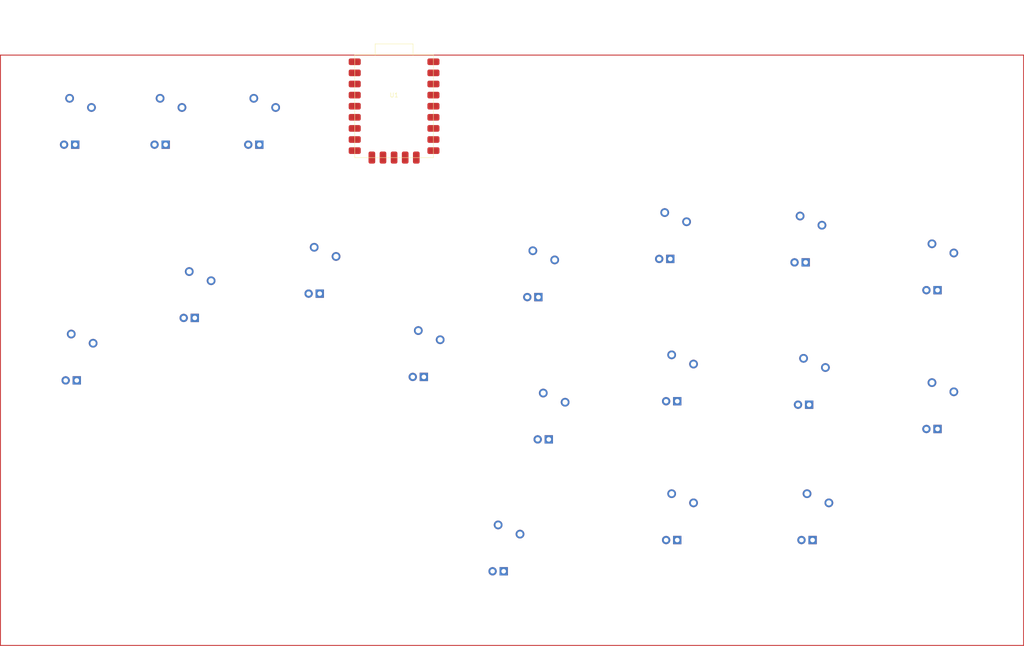
<source format=kicad_pcb>
(kicad_pcb (version 20221018) (generator pcbnew)
  (layers (0 "F.Cu" signal) (31 "B.Cu" signal) (34 "B.Paste" user) (35 "F.Paste" user) (36 "B.SilkS" user "B.Silkscreen") (37 "F.SilkS" user "F.Silkscreen") (38 "B.Mask" user) (39 "F.Mask" user) (44 "Edge.Cuts" user))
  (net 0 "")
  (net 1 "ROW0")
  (net 2 "ROW1")
  (net 3 "COL0")
  (net 4 "COL1")
  (net 5 "COL2")
  (net 6 "COL3")
  (net 7 "COL4")
  (net 8 "COL5")
  (net 9 "COL6")
  (net 10 "COL7")
  (net 11 "COL8")
  (net 12 "COL9")
  (net 13 "COL10")
  (net 14 "COL11")
  (net 15 "COL12")
  (net 16 "COL13")
  (net 17 "COL14")
  (net 18 "COL15")
  (net 19 "+3.3V")
  (net 20 "GND")
  (net 21 "+5V")
  (net 22 "COL16")
  (net 23 "COL17")
  (footprint "AngelBox_Switch_Library:Kailh_Choc-CircleDesign" (layer "F.Cu") (at 49.2125 79.85125)
    (fp_text reference "MX1")
    (fp_text value "MX-NoLED")
    (pad "" np_thru_hole circle (at -5.5 17.78 48.1) (size 1.9 1.9) (drill 1.9) (layers "*.Cu" "*.Mask"))
    (pad "" np_thru_hole circle (at -5.22 21.98) (size 1.2 1.2) (drill 1.2) (layers "*.Cu" "*.Mask"))
    (pad "" np_thru_hole circle (at 0 17.78) (size 3.4 3.4) (drill 3.4) (layers "*.Cu" "*.Mask"))
    (pad "" np_thru_hole circle (at 5.5 17.78 48.1) (size 1.9 1.9) (drill 1.9) (layers "*.Cu" "*.Mask"))
    (pad "1" thru_hole circle (at 5 13.98) (size 2 2) (drill 1.2) (layers "*.Cu" "B.Mask") (net 3 "COL0"))
    (pad "2" thru_hole circle (at 0 11.88) (size 2 2) (drill 1.2) (layers "*.Cu" "B.Mask") (net 1 "ROW0"))
    (pad "3" thru_hole circle (at -1.27 22.48) (size 1.905 1.905) (drill 1.04) (layers "*.Cu" "B.Mask"))
    (pad "4" thru_hole rect (at 1.27 22.48) (size 1.905 1.905) (drill 1.04) (layers "*.Cu" "B.Mask"))
  )
  (footprint "AngelBox_Switch_Library:Kailh_Choc-CircleDesign" (layer "F.Cu") (at 76.2 65.56375)
    (fp_text reference "MX2")
    (fp_text value "MX-NoLED")
    (pad "" np_thru_hole circle (at -5.5 17.78 48.1) (size 1.9 1.9) (drill 1.9) (layers "*.Cu" "*.Mask"))
    (pad "" np_thru_hole circle (at -5.22 21.98) (size 1.2 1.2) (drill 1.2) (layers "*.Cu" "*.Mask"))
    (pad "" np_thru_hole circle (at 0 17.78) (size 3.4 3.4) (drill 3.4) (layers "*.Cu" "*.Mask"))
    (pad "" np_thru_hole circle (at 5.5 17.78 48.1) (size 1.9 1.9) (drill 1.9) (layers "*.Cu" "*.Mask"))
    (pad "1" thru_hole circle (at 5 13.98) (size 2 2) (drill 1.2) (layers "*.Cu" "B.Mask") (net 4 "COL1"))
    (pad "2" thru_hole circle (at 0 11.88) (size 2 2) (drill 1.2) (layers "*.Cu" "B.Mask") (net 1 "ROW0"))
    (pad "3" thru_hole circle (at -1.27 22.48) (size 1.905 1.905) (drill 1.04) (layers "*.Cu" "B.Mask"))
    (pad "4" thru_hole rect (at 1.27 22.48) (size 1.905 1.905) (drill 1.04) (layers "*.Cu" "B.Mask"))
  )
  (footprint "AngelBox_Switch_Library:Kailh_Choc-CircleDesign" (layer "F.Cu") (at 184.94375 52.07)
    (fp_text reference "MX7")
    (fp_text value "MX-NoLED")
    (pad "" np_thru_hole circle (at -5.5 17.78 48.1) (size 1.9 1.9) (drill 1.9) (layers "*.Cu" "*.Mask"))
    (pad "" np_thru_hole circle (at -5.22 21.98) (size 1.2 1.2) (drill 1.2) (layers "*.Cu" "*.Mask"))
    (pad "" np_thru_hole circle (at 0 17.78) (size 3.4 3.4) (drill 3.4) (layers "*.Cu" "*.Mask"))
    (pad "" np_thru_hole circle (at 5.5 17.78 48.1) (size 1.9 1.9) (drill 1.9) (layers "*.Cu" "*.Mask"))
    (pad "1" thru_hole circle (at 5 13.98) (size 2 2) (drill 1.2) (layers "*.Cu" "B.Mask") (net 9 "COL6"))
    (pad "2" thru_hole circle (at 0 11.88) (size 2 2) (drill 1.2) (layers "*.Cu" "B.Mask") (net 2 "ROW1"))
    (pad "3" thru_hole circle (at -1.27 22.48) (size 1.905 1.905) (drill 1.04) (layers "*.Cu" "B.Mask"))
    (pad "4" thru_hole rect (at 1.27 22.48) (size 1.905 1.905) (drill 1.04) (layers "*.Cu" "B.Mask"))
  )
  (footprint "AngelBox_Switch_Library:Kailh_Choc-CircleDesign" (layer "F.Cu") (at 186.53125 116.36375)
    (fp_text reference "MX14")
    (fp_text value "MX-NoLED")
    (pad "" np_thru_hole circle (at -5.5 17.78 48.1) (size 1.9 1.9) (drill 1.9) (layers "*.Cu" "*.Mask"))
    (pad "" np_thru_hole circle (at -5.22 21.98) (size 1.2 1.2) (drill 1.2) (layers "*.Cu" "*.Mask"))
    (pad "" np_thru_hole circle (at 0 17.78) (size 3.4 3.4) (drill 3.4) (layers "*.Cu" "*.Mask"))
    (pad "" np_thru_hole circle (at 5.5 17.78 48.1) (size 1.9 1.9) (drill 1.9) (layers "*.Cu" "*.Mask"))
    (pad "1" thru_hole circle (at 5 13.98) (size 2 2) (drill 1.2) (layers "*.Cu" "B.Mask") (net 16 "COL13"))
    (pad "2" thru_hole circle (at 0 11.88) (size 2 2) (drill 1.2) (layers "*.Cu" "B.Mask") (net 2 "ROW1"))
    (pad "3" thru_hole circle (at -1.27 22.48) (size 1.905 1.905) (drill 1.04) (layers "*.Cu" "B.Mask"))
    (pad "4" thru_hole rect (at 1.27 22.48) (size 1.905 1.905) (drill 1.04) (layers "*.Cu" "B.Mask"))
  )
  (footprint "AngelBox_Switch_Library:Kailh_Choc-CircleDesign" (layer "F.Cu") (at 128.5875 79.0575)
    (fp_text reference "MX4")
    (fp_text value "MX-NoLED")
    (pad "" np_thru_hole circle (at -5.5 17.78 48.1) (size 1.9 1.9) (drill 1.9) (layers "*.Cu" "*.Mask"))
    (pad "" np_thru_hole circle (at -5.22 21.98) (size 1.2 1.2) (drill 1.2) (layers "*.Cu" "*.Mask"))
    (pad "" np_thru_hole circle (at 0 17.78) (size 3.4 3.4) (drill 3.4) (layers "*.Cu" "*.Mask"))
    (pad "" np_thru_hole circle (at 5.5 17.78 48.1) (size 1.9 1.9) (drill 1.9) (layers "*.Cu" "*.Mask"))
    (pad "1" thru_hole circle (at 5 13.98) (size 2 2) (drill 1.2) (layers "*.Cu" "B.Mask") (net 6 "COL3"))
    (pad "2" thru_hole circle (at 0 11.88) (size 2 2) (drill 1.2) (layers "*.Cu" "B.Mask") (net 1 "ROW0"))
    (pad "3" thru_hole circle (at -1.27 22.48) (size 1.905 1.905) (drill 1.04) (layers "*.Cu" "B.Mask"))
    (pad "4" thru_hole rect (at 1.27 22.48) (size 1.905 1.905) (drill 1.04) (layers "*.Cu" "B.Mask"))
  )
  (footprint "AngelBox_Switch_Library:Kailh_Choc-CircleDesign" (layer "F.Cu") (at 157.1625 93.345)
    (fp_text reference "MX8")
    (fp_text value "MX-NoLED")
    (pad "" np_thru_hole circle (at -5.5 17.78 48.1) (size 1.9 1.9) (drill 1.9) (layers "*.Cu" "*.Mask"))
    (pad "" np_thru_hole circle (at -5.22 21.98) (size 1.2 1.2) (drill 1.2) (layers "*.Cu" "*.Mask"))
    (pad "" np_thru_hole circle (at 0 17.78) (size 3.4 3.4) (drill 3.4) (layers "*.Cu" "*.Mask"))
    (pad "" np_thru_hole circle (at 5.5 17.78 48.1) (size 1.9 1.9) (drill 1.9) (layers "*.Cu" "*.Mask"))
    (pad "1" thru_hole circle (at 5 13.98) (size 2 2) (drill 1.2) (layers "*.Cu" "B.Mask") (net 10 "COL7"))
    (pad "2" thru_hole circle (at 0 11.88) (size 2 2) (drill 1.2) (layers "*.Cu" "B.Mask") (net 2 "ROW1"))
    (pad "3" thru_hole circle (at -1.27 22.48) (size 1.905 1.905) (drill 1.04) (layers "*.Cu" "B.Mask"))
    (pad "4" thru_hole rect (at 1.27 22.48) (size 1.905 1.905) (drill 1.04) (layers "*.Cu" "B.Mask"))
  )
  (footprint "AngelBox_Switch_Library:Kailh_Choc-CircleDesign" (layer "F.Cu") (at 186.53125 84.61375)
    (fp_text reference "MX9")
    (fp_text value "MX-NoLED")
    (pad "" np_thru_hole circle (at -5.5 17.78 48.1) (size 1.9 1.9) (drill 1.9) (layers "*.Cu" "*.Mask"))
    (pad "" np_thru_hole circle (at -5.22 21.98) (size 1.2 1.2) (drill 1.2) (layers "*.Cu" "*.Mask"))
    (pad "" np_thru_hole circle (at 0 17.78) (size 3.4 3.4) (drill 3.4) (layers "*.Cu" "*.Mask"))
    (pad "" np_thru_hole circle (at 5.5 17.78 48.1) (size 1.9 1.9) (drill 1.9) (layers "*.Cu" "*.Mask"))
    (pad "1" thru_hole circle (at 5 13.98) (size 2 2) (drill 1.2) (layers "*.Cu" "B.Mask") (net 11 "COL8"))
    (pad "2" thru_hole circle (at 0 11.88) (size 2 2) (drill 1.2) (layers "*.Cu" "B.Mask") (net 2 "ROW1"))
    (pad "3" thru_hole circle (at -1.27 22.48) (size 1.905 1.905) (drill 1.04) (layers "*.Cu" "B.Mask"))
    (pad "4" thru_hole rect (at 1.27 22.48) (size 1.905 1.905) (drill 1.04) (layers "*.Cu" "B.Mask"))
  )
  (footprint "AngelBox_Switch_Library:Kailh_Choc-CircleDesign" (layer "F.Cu") (at 154.78125 60.80125)
    (fp_text reference "MX6")
    (fp_text value "MX-NoLED")
    (pad "" np_thru_hole circle (at -5.5 17.78 48.1) (size 1.9 1.9) (drill 1.9) (layers "*.Cu" "*.Mask"))
    (pad "" np_thru_hole circle (at -5.22 21.98) (size 1.2 1.2) (drill 1.2) (layers "*.Cu" "*.Mask"))
    (pad "" np_thru_hole circle (at 0 17.78) (size 3.4 3.4) (drill 3.4) (layers "*.Cu" "*.Mask"))
    (pad "" np_thru_hole circle (at 5.5 17.78 48.1) (size 1.9 1.9) (drill 1.9) (layers "*.Cu" "*.Mask"))
    (pad "1" thru_hole circle (at 5 13.98) (size 2 2) (drill 1.2) (layers "*.Cu" "B.Mask") (net 8 "COL5"))
    (pad "2" thru_hole circle (at 0 11.88) (size 2 2) (drill 1.2) (layers "*.Cu" "B.Mask") (net 2 "ROW1"))
    (pad "3" thru_hole circle (at -1.27 22.48) (size 1.905 1.905) (drill 1.04) (layers "*.Cu" "B.Mask"))
    (pad "4" thru_hole rect (at 1.27 22.48) (size 1.905 1.905) (drill 1.04) (layers "*.Cu" "B.Mask"))
  )
  (footprint "AngelBox_Switch_Library:Kailh_Choc-CircleDesign" (layer "F.Cu") (at 217.4875 116.36375)
    (fp_text reference "MX15")
    (fp_text value "MX-NoLED")
    (pad "" np_thru_hole circle (at -5.5 17.78 48.1) (size 1.9 1.9) (drill 1.9) (layers "*.Cu" "*.Mask"))
    (pad "" np_thru_hole circle (at -5.22 21.98) (size 1.2 1.2) (drill 1.2) (layers "*.Cu" "*.Mask"))
    (pad "" np_thru_hole circle (at 0 17.78) (size 3.4 3.4) (drill 3.4) (layers "*.Cu" "*.Mask"))
    (pad "" np_thru_hole circle (at 5.5 17.78 48.1) (size 1.9 1.9) (drill 1.9) (layers "*.Cu" "*.Mask"))
    (pad "1" thru_hole circle (at 5 13.98) (size 2 2) (drill 1.2) (layers "*.Cu" "B.Mask") (net 17 "COL14"))
    (pad "2" thru_hole circle (at 0 11.88) (size 2 2) (drill 1.2) (layers "*.Cu" "B.Mask") (net 2 "ROW1"))
    (pad "3" thru_hole circle (at -1.27 22.48) (size 1.905 1.905) (drill 1.04) (layers "*.Cu" "B.Mask"))
    (pad "4" thru_hole rect (at 1.27 22.48) (size 1.905 1.905) (drill 1.04) (layers "*.Cu" "B.Mask"))
  )
  (footprint "AngelBox_Switch_Library:Kailh_Choc-CircleDesign" (layer "F.Cu") (at 216.69375 85.4075)
    (fp_text reference "MX10")
    (fp_text value "MX-NoLED")
    (pad "" np_thru_hole circle (at -5.5 17.78 48.1) (size 1.9 1.9) (drill 1.9) (layers "*.Cu" "*.Mask"))
    (pad "" np_thru_hole circle (at -5.22 21.98) (size 1.2 1.2) (drill 1.2) (layers "*.Cu" "*.Mask"))
    (pad "" np_thru_hole circle (at 0 17.78) (size 3.4 3.4) (drill 3.4) (layers "*.Cu" "*.Mask"))
    (pad "" np_thru_hole circle (at 5.5 17.78 48.1) (size 1.9 1.9) (drill 1.9) (layers "*.Cu" "*.Mask"))
    (pad "1" thru_hole circle (at 5 13.98) (size 2 2) (drill 1.2) (layers "*.Cu" "B.Mask") (net 12 "COL9"))
    (pad "2" thru_hole circle (at 0 11.88) (size 2 2) (drill 1.2) (layers "*.Cu" "B.Mask") (net 2 "ROW1"))
    (pad "3" thru_hole circle (at -1.27 22.48) (size 1.905 1.905) (drill 1.04) (layers "*.Cu" "B.Mask"))
    (pad "4" thru_hole rect (at 1.27 22.48) (size 1.905 1.905) (drill 1.04) (layers "*.Cu" "B.Mask"))
  )
  (footprint "AngelBox_Switch_Library:Kailh_Choc-CircleDesign" (layer "F.Cu") (at 215.9 52.86375)
    (fp_text reference "MX11")
    (fp_text value "MX-NoLED")
    (pad "" np_thru_hole circle (at -5.5 17.78 48.1) (size 1.9 1.9) (drill 1.9) (layers "*.Cu" "*.Mask"))
    (pad "" np_thru_hole circle (at -5.22 21.98) (size 1.2 1.2) (drill 1.2) (layers "*.Cu" "*.Mask"))
    (pad "" np_thru_hole circle (at 0 17.78) (size 3.4 3.4) (drill 3.4) (layers "*.Cu" "*.Mask"))
    (pad "" np_thru_hole circle (at 5.5 17.78 48.1) (size 1.9 1.9) (drill 1.9) (layers "*.Cu" "*.Mask"))
    (pad "1" thru_hole circle (at 5 13.98) (size 2 2) (drill 1.2) (layers "*.Cu" "B.Mask") (net 13 "COL10"))
    (pad "2" thru_hole circle (at 0 11.88) (size 2 2) (drill 1.2) (layers "*.Cu" "B.Mask") (net 2 "ROW1"))
    (pad "3" thru_hole circle (at -1.27 22.48) (size 1.905 1.905) (drill 1.04) (layers "*.Cu" "B.Mask"))
    (pad "4" thru_hole rect (at 1.27 22.48) (size 1.905 1.905) (drill 1.04) (layers "*.Cu" "B.Mask"))
  )
  (footprint "Kailh_Choc:KailhChoc-1U" (layer "F.Cu") (at 48.83875 43.71875)
    (fp_text reference "MX16")
    (fp_text value "MX-NoLED")
    (pad "" np_thru_hole circle (at -5.5 0 48.1) (size 1.9 1.9) (drill 1.9) (layers "*.Cu" "*.Mask"))
    (pad "" np_thru_hole circle (at -5.22 4.2) (size 1.2 1.2) (drill 1.2) (layers "*.Cu" "*.Mask"))
    (pad "" np_thru_hole circle (at 0 0) (size 3.4 3.4) (drill 3.4) (layers "*.Cu" "*.Mask"))
    (pad "" np_thru_hole circle (at 5.5 0 48.1) (size 1.9 1.9) (drill 1.9) (layers "*.Cu" "*.Mask"))
    (pad "1" thru_hole circle (at 5 -3.8) (size 2 2) (drill 1.2) (layers "*.Cu" "B.Mask") (net 18 "COL15"))
    (pad "2" thru_hole circle (at 0 -5.9) (size 2 2) (drill 1.2) (layers "*.Cu" "B.Mask") (net 1 "ROW0"))
    (pad "3" thru_hole circle (at -1.27 4.7) (size 1.905 1.905) (drill 1.04) (layers "*.Cu" "B.Mask"))
    (pad "4" thru_hole rect (at 1.27 4.7) (size 1.905 1.905) (drill 1.04) (layers "*.Cu" "B.Mask"))
  )
  (footprint "AngelBox_Switch_Library:Kailh_Choc-CircleDesign" (layer "F.Cu") (at 246.0625 90.96375)
    (fp_text reference "MX13")
    (fp_text value "MX-NoLED")
    (pad "" np_thru_hole circle (at -5.5 17.78 48.1) (size 1.9 1.9) (drill 1.9) (layers "*.Cu" "*.Mask"))
    (pad "" np_thru_hole circle (at -5.22 21.98) (size 1.2 1.2) (drill 1.2) (layers "*.Cu" "*.Mask"))
    (pad "" np_thru_hole circle (at 0 17.78) (size 3.4 3.4) (drill 3.4) (layers "*.Cu" "*.Mask"))
    (pad "" np_thru_hole circle (at 5.5 17.78 48.1) (size 1.9 1.9) (drill 1.9) (layers "*.Cu" "*.Mask"))
    (pad "1" thru_hole circle (at 5 13.98) (size 2 2) (drill 1.2) (layers "*.Cu" "B.Mask") (net 15 "COL12"))
    (pad "2" thru_hole circle (at 0 11.88) (size 2 2) (drill 1.2) (layers "*.Cu" "B.Mask") (net 2 "ROW1"))
    (pad "3" thru_hole circle (at -1.27 22.48) (size 1.905 1.905) (drill 1.04) (layers "*.Cu" "B.Mask"))
    (pad "4" thru_hole rect (at 1.27 22.48) (size 1.905 1.905) (drill 1.04) (layers "*.Cu" "B.Mask"))
  )
  (footprint "AngelBox_Switch_Library:Kailh_Choc-CircleDesign" (layer "F.Cu") (at 246.0625 59.21375)
    (fp_text reference "MX12")
    (fp_text value "MX-NoLED")
    (pad "" np_thru_hole circle (at -5.5 17.78 48.1) (size 1.9 1.9) (drill 1.9) (layers "*.Cu" "*.Mask"))
    (pad "" np_thru_hole circle (at -5.22 21.98) (size 1.2 1.2) (drill 1.2) (layers "*.Cu" "*.Mask"))
    (pad "" np_thru_hole circle (at 0 17.78) (size 3.4 3.4) (drill 3.4) (layers "*.Cu" "*.Mask"))
    (pad "" np_thru_hole circle (at 5.5 17.78 48.1) (size 1.9 1.9) (drill 1.9) (layers "*.Cu" "*.Mask"))
    (pad "1" thru_hole circle (at 5 13.98) (size 2 2) (drill 1.2) (layers "*.Cu" "B.Mask") (net 14 "COL11"))
    (pad "2" thru_hole circle (at 0 11.88) (size 2 2) (drill 1.2) (layers "*.Cu" "B.Mask") (net 2 "ROW1"))
    (pad "3" thru_hole circle (at -1.27 22.48) (size 1.905 1.905) (drill 1.04) (layers "*.Cu" "B.Mask"))
    (pad "4" thru_hole rect (at 1.27 22.48) (size 1.905 1.905) (drill 1.04) (layers "*.Cu" "B.Mask"))
  )
  (footprint "Kailh_Choc:KailhChoc-1U" (layer "F.Cu") (at 69.5325 43.71875)
    (fp_text reference "MX17")
    (fp_text value "MX-NoLED")
    (pad "" np_thru_hole circle (at -5.5 0 48.1) (size 1.9 1.9) (drill 1.9) (layers "*.Cu" "*.Mask"))
    (pad "" np_thru_hole circle (at -5.22 4.2) (size 1.2 1.2) (drill 1.2) (layers "*.Cu" "*.Mask"))
    (pad "" np_thru_hole circle (at 0 0) (size 3.4 3.4) (drill 3.4) (layers "*.Cu" "*.Mask"))
    (pad "" np_thru_hole circle (at 5.5 0 48.1) (size 1.9 1.9) (drill 1.9) (layers "*.Cu" "*.Mask"))
    (pad "1" thru_hole circle (at 5 -3.8) (size 2 2) (drill 1.2) (layers "*.Cu" "B.Mask") (net 22 "COL16"))
    (pad "2" thru_hole circle (at 0 -5.9) (size 2 2) (drill 1.2) (layers "*.Cu" "B.Mask") (net 1 "ROW0"))
    (pad "3" thru_hole circle (at -1.27 4.7) (size 1.905 1.905) (drill 1.04) (layers "*.Cu" "B.Mask"))
    (pad "4" thru_hole rect (at 1.27 4.7) (size 1.905 1.905) (drill 1.04) (layers "*.Cu" "B.Mask"))
  )
  (footprint "AngelBox_Switch_Library:Kailh_Choc-CircleDesign" (layer "F.Cu") (at 104.775 60.0075)
    (fp_text reference "MX3")
    (fp_text value "MX-NoLED")
    (pad "" np_thru_hole circle (at -5.5 17.78 48.1) (size 1.9 1.9) (drill 1.9) (layers "*.Cu" "*.Mask"))
    (pad "" np_thru_hole circle (at -5.22 21.98) (size 1.2 1.2) (drill 1.2) (layers "*.Cu" "*.Mask"))
    (pad "" np_thru_hole circle (at 0 17.78) (size 3.4 3.4) (drill 3.4) (layers "*.Cu" "*.Mask"))
    (pad "" np_thru_hole circle (at 5.5 17.78 48.1) (size 1.9 1.9) (drill 1.9) (layers "*.Cu" "*.Mask"))
    (pad "1" thru_hole circle (at 5 13.98) (size 2 2) (drill 1.2) (layers "*.Cu" "B.Mask") (net 5 "COL2"))
    (pad "2" thru_hole circle (at 0 11.88) (size 2 2) (drill 1.2) (layers "*.Cu" "B.Mask") (net 1 "ROW0"))
    (pad "3" thru_hole circle (at -1.27 22.48) (size 1.905 1.905) (drill 1.04) (layers "*.Cu" "B.Mask"))
    (pad "4" thru_hole rect (at 1.27 22.48) (size 1.905 1.905) (drill 1.04) (layers "*.Cu" "B.Mask"))
  )
  (footprint "AngelBox_Switch_Library:Kailh_Choc-CircleDesign" (layer "F.Cu") (at 146.84375 123.5075)
    (fp_text reference "MX5")
    (fp_text value "MX-NoLED")
    (pad "" np_thru_hole circle (at -5.5 17.78 48.1) (size 1.9 1.9) (drill 1.9) (layers "*.Cu" "*.Mask"))
    (pad "" np_thru_hole circle (at -5.22 21.98) (size 1.2 1.2) (drill 1.2) (layers "*.Cu" "*.Mask"))
    (pad "" np_thru_hole circle (at 0 17.78) (size 3.4 3.4) (drill 3.4) (layers "*.Cu" "*.Mask"))
    (pad "" np_thru_hole circle (at 5.5 17.78 48.1) (size 1.9 1.9) (drill 1.9) (layers "*.Cu" "*.Mask"))
    (pad "1" thru_hole circle (at 5 13.98) (size 2 2) (drill 1.2) (layers "*.Cu" "B.Mask") (net 7 "COL4"))
    (pad "2" thru_hole circle (at 0 11.88) (size 2 2) (drill 1.2) (layers "*.Cu" "B.Mask") (net 1 "ROW0"))
    (pad "3" thru_hole circle (at -1.27 22.48) (size 1.905 1.905) (drill 1.04) (layers "*.Cu" "B.Mask"))
    (pad "4" thru_hole rect (at 1.27 22.48) (size 1.905 1.905) (drill 1.04) (layers "*.Cu" "B.Mask"))
  )
  (footprint "Kailh_Choc:KailhChoc-1U" (layer "F.Cu") (at 90.96375 43.71875)
    (fp_text reference "MX18")
    (fp_text value "MX-NoLED")
    (pad "" np_thru_hole circle (at -5.5 0 48.1) (size 1.9 1.9) (drill 1.9) (layers "*.Cu" "*.Mask"))
    (pad "" np_thru_hole circle (at -5.22 4.2) (size 1.2 1.2) (drill 1.2) (layers "*.Cu" "*.Mask"))
    (pad "" np_thru_hole circle (at 0 0) (size 3.4 3.4) (drill 3.4) (layers "*.Cu" "*.Mask"))
    (pad "" np_thru_hole circle (at 5.5 0 48.1) (size 1.9 1.9) (drill 1.9) (layers "*.Cu" "*.Mask"))
    (pad "1" thru_hole circle (at 5 -3.8) (size 2 2) (drill 1.2) (layers "*.Cu" "B.Mask") (net 23 "COL17"))
    (pad "2" thru_hole circle (at 0 -5.9) (size 2 2) (drill 1.2) (layers "*.Cu" "B.Mask") (net 1 "ROW0"))
    (pad "3" thru_hole circle (at -1.27 4.7) (size 1.905 1.905) (drill 1.04) (layers "*.Cu" "B.Mask"))
    (pad "4" thru_hole rect (at 1.27 4.7) (size 1.905 1.905) (drill 1.04) (layers "*.Cu" "B.Mask"))
  )
  (footprint "RP_Library:RP2040-ZERO" (layer "F.Cu") (at 132.046 29.464)
    (fp_text reference "U1" (at -9 7.62 unlocked) (layer "F.SilkS") (effects (font (thickness 0.1))))
    (fp_text value "~")
    (fp_line (start -18 -1.59) (end -18 21.91) (stroke (width 0.1)) (layer "F.SilkS"))
    (fp_line (start -18 -1.59) (end 0 -1.59) (stroke (width 0.1)) (layer "F.SilkS"))
    (fp_line (start -18 21.91) (end 0 21.91) (stroke (width 0.1)) (layer "F.SilkS"))
    (fp_line (start -13.33 -4.08) (end -4.67 -4.08) (stroke (width 0.1)) (layer "F.SilkS"))
    (fp_line (start -13.33 -1.54) (end -13.33 -4.08) (stroke (width 0.1)) (layer "F.SilkS"))
    (fp_line (start -4.67 -4.08) (end -4.67 -1.54) (stroke (width 0.1)) (layer "F.SilkS"))
    (fp_line (start 0 -1.59) (end 0 21.91) (stroke (width 0.1)) (layer "F.SilkS"))
    (pad "0" smd roundrect (at 0 0) (size 2.76 1.524) (layers "F.Cu" "F.Paste" "F.Mask") (net 2 "ROW1"))
    (pad "1" smd roundrect (at 0 2.54) (size 2.76 1.524) (layers "F.Cu" "F.Paste" "F.Mask") (net 17 "COL14"))
    (pad "2" smd roundrect (at 0 5.08) (size 2.76 1.524) (layers "F.Cu" "F.Paste" "F.Mask") (net 16 "COL13"))
    (pad "3" smd roundrect (at 0 7.62) (size 2.76 1.524) (layers "F.Cu" "F.Paste" "F.Mask") (net 15 "COL12"))
    (pad "4" smd roundrect (at 0 10.16) (size 2.76 1.524) (layers "F.Cu" "F.Paste" "F.Mask") (net 14 "COL11"))
    (pad "5" smd roundrect (at 0 12.7) (size 2.76 1.524) (layers "F.Cu" "F.Paste" "F.Mask") (net 13 "COL10"))
    (pad "6" smd roundrect (at 0 15.24) (size 2.76 1.524) (layers "F.Cu" "F.Paste" "F.Mask") (net 12 "COL9"))
    (pad "7" smd roundrect (at 0 17.78) (size 2.76 1.524) (layers "F.Cu" "F.Paste" "F.Mask") (net 11 "COL8"))
    (pad "8" smd roundrect (at 0 20.32) (size 2.76 1.524) (layers "F.Cu" "F.Paste" "F.Mask") (net 10 "COL7"))
    (pad "9" smd roundrect (at -3.92 21.91 270) (size 2.76 1.524) (layers "F.Cu" "F.Paste" "F.Mask") (net 9 "COL6"))
    (pad "10" smd roundrect (at -6.46 21.91 270) (size 2.76 1.524) (layers "F.Cu" "F.Paste" "F.Mask") (net 8 "COL5"))
    (pad "11" smd roundrect (at -9 21.91 270) (size 2.76 1.524) (layers "F.Cu" "F.Paste" "F.Mask") (net 7 "COL4"))
    (pad "12" smd roundrect (at -11.54 21.91 270) (size 2.76 1.524) (layers "F.Cu" "F.Paste" "F.Mask") (net 6 "COL3"))
    (pad "13" smd roundrect (at -14.08 21.91 270) (size 2.76 1.524) (layers "F.Cu" "F.Paste" "F.Mask") (net 5 "COL2"))
    (pad "14" smd roundrect (at -18 20.32) (size 2.76 1.524) (layers "F.Cu" "F.Paste" "F.Mask") (net 4 "COL1"))
    (pad "15" smd roundrect (at -18 17.78) (size 2.76 1.524) (layers "F.Cu" "F.Paste" "F.Mask") (net 3 "COL0"))
    (pad "26" smd roundrect (at -18 15.24) (size 2.76 1.524) (layers "F.Cu" "F.Paste" "F.Mask") (net 23 "COL17"))
    (pad "27" smd roundrect (at -18 12.7) (size 2.76 1.524) (layers "F.Cu" "F.Paste" "F.Mask") (net 22 "COL16"))
    (pad "28" smd roundrect (at -18 10.16) (size 2.76 1.524) (layers "F.Cu" "F.Paste" "F.Mask") (net 18 "COL15"))
    (pad "29" smd roundrect (at -18 7.62) (size 2.76 1.524) (layers "F.Cu" "F.Paste" "F.Mask") (net 1 "ROW0"))
    (pad "30" smd roundrect (at -18 5.08) (size 2.76 1.524) (layers "F.Cu" "F.Paste" "F.Mask") (net 19 "+3.3V"))
    (pad "31" smd roundrect (at -18 2.54) (size 2.76 1.524) (layers "F.Cu" "F.Paste" "F.Mask") (net 20 "GND"))
    (pad "32" smd roundrect (at -18 0) (size 2.76 1.524) (layers "F.Cu" "F.Paste" "F.Mask") (net 21 "+5V"))
  )
  (gr_line (start 267.02 27.94) (end 33.02 27.94) (stroke (width 0.2)) (layer "F.Cu"))
  (gr_line (start 267.02 27.94) (end 267.02 162.94) (stroke (width 0.2)) (layer "F.Cu"))
  (gr_line (start 33.02 27.94) (end 33.02 162.94) (stroke (width 0.2)) (layer "F.Cu"))
  (gr_line (start 267.02 162.94) (end 33.02 162.94) (stroke (width 0.2)) (layer "F.Cu"))
)
</source>
